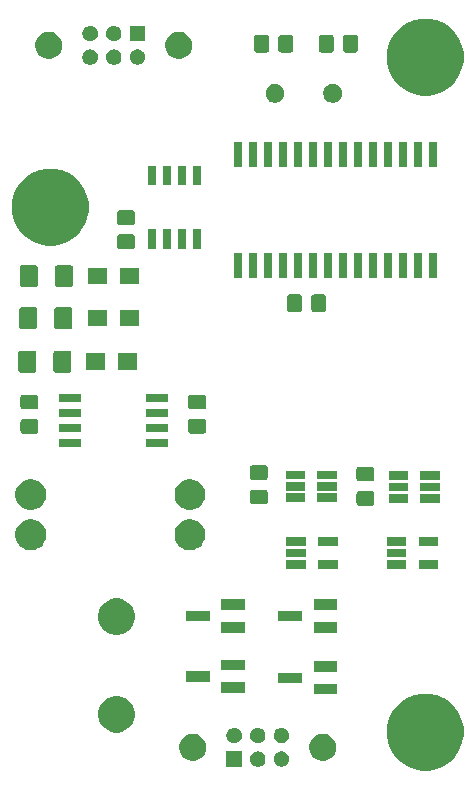
<source format=gts>
G04 #@! TF.GenerationSoftware,KiCad,Pcbnew,(5.0.0-3-g5ebb6b6)*
G04 #@! TF.CreationDate,2019-01-13T18:40:12-08:00*
G04 #@! TF.ProjectId,vent,76656E742E6B696361645F7063620000,rev?*
G04 #@! TF.SameCoordinates,Original*
G04 #@! TF.FileFunction,Soldermask,Top*
G04 #@! TF.FilePolarity,Negative*
%FSLAX46Y46*%
G04 Gerber Fmt 4.6, Leading zero omitted, Abs format (unit mm)*
G04 Created by KiCad (PCBNEW (5.0.0-3-g5ebb6b6)) date Sunday, January 13, 2019 at 06:40:12 PM*
%MOMM*%
%LPD*%
G01*
G04 APERTURE LIST*
%ADD10C,0.100000*%
G04 APERTURE END LIST*
D10*
G36*
X166048223Y-118794127D02*
X166609709Y-119026702D01*
X166639833Y-119039180D01*
X167172261Y-119394936D01*
X167625064Y-119847739D01*
X167892682Y-120248259D01*
X167980821Y-120380169D01*
X168225873Y-120971777D01*
X168350800Y-121599824D01*
X168350800Y-122240176D01*
X168246061Y-122766732D01*
X168225873Y-122868223D01*
X167980820Y-123459833D01*
X167625064Y-123992261D01*
X167172261Y-124445064D01*
X166639833Y-124800820D01*
X166639832Y-124800821D01*
X166639831Y-124800821D01*
X166048223Y-125045873D01*
X165420176Y-125170800D01*
X164779824Y-125170800D01*
X164151777Y-125045873D01*
X163560169Y-124800821D01*
X163560168Y-124800821D01*
X163560167Y-124800820D01*
X163027739Y-124445064D01*
X162574936Y-123992261D01*
X162219180Y-123459833D01*
X161974127Y-122868223D01*
X161953939Y-122766732D01*
X161849200Y-122240176D01*
X161849200Y-121599824D01*
X161974127Y-120971777D01*
X162219179Y-120380169D01*
X162307318Y-120248259D01*
X162574936Y-119847739D01*
X163027739Y-119394936D01*
X163560167Y-119039180D01*
X163590292Y-119026702D01*
X164151777Y-118794127D01*
X164779824Y-118669200D01*
X165420176Y-118669200D01*
X166048223Y-118794127D01*
X166048223Y-118794127D01*
G37*
G36*
X151104831Y-123564210D02*
X151223269Y-123613268D01*
X151223273Y-123613271D01*
X151329858Y-123684488D01*
X151420512Y-123775142D01*
X151474108Y-123855356D01*
X151491732Y-123881731D01*
X151540790Y-124000169D01*
X151565800Y-124125902D01*
X151565800Y-124254098D01*
X151540790Y-124379831D01*
X151491732Y-124498269D01*
X151491729Y-124498273D01*
X151420512Y-124604858D01*
X151329858Y-124695512D01*
X151249644Y-124749108D01*
X151223269Y-124766732D01*
X151104831Y-124815790D01*
X150979098Y-124840800D01*
X150850902Y-124840800D01*
X150725169Y-124815790D01*
X150606731Y-124766732D01*
X150580356Y-124749108D01*
X150500142Y-124695512D01*
X150409488Y-124604858D01*
X150338271Y-124498273D01*
X150338268Y-124498269D01*
X150289210Y-124379831D01*
X150264200Y-124254098D01*
X150264200Y-124125902D01*
X150289210Y-124000169D01*
X150338268Y-123881731D01*
X150355892Y-123855356D01*
X150409488Y-123775142D01*
X150500142Y-123684488D01*
X150606727Y-123613271D01*
X150606731Y-123613268D01*
X150725169Y-123564210D01*
X150850902Y-123539200D01*
X150979098Y-123539200D01*
X151104831Y-123564210D01*
X151104831Y-123564210D01*
G37*
G36*
X149565800Y-124840800D02*
X148264200Y-124840800D01*
X148264200Y-123539200D01*
X149565800Y-123539200D01*
X149565800Y-124840800D01*
X149565800Y-124840800D01*
G37*
G36*
X153104831Y-123564210D02*
X153223269Y-123613268D01*
X153223273Y-123613271D01*
X153329858Y-123684488D01*
X153420512Y-123775142D01*
X153474108Y-123855356D01*
X153491732Y-123881731D01*
X153540790Y-124000169D01*
X153565800Y-124125902D01*
X153565800Y-124254098D01*
X153540790Y-124379831D01*
X153491732Y-124498269D01*
X153491729Y-124498273D01*
X153420512Y-124604858D01*
X153329858Y-124695512D01*
X153249644Y-124749108D01*
X153223269Y-124766732D01*
X153104831Y-124815790D01*
X152979098Y-124840800D01*
X152850902Y-124840800D01*
X152725169Y-124815790D01*
X152606731Y-124766732D01*
X152580356Y-124749108D01*
X152500142Y-124695512D01*
X152409488Y-124604858D01*
X152338271Y-124498273D01*
X152338268Y-124498269D01*
X152289210Y-124379831D01*
X152264200Y-124254098D01*
X152264200Y-124125902D01*
X152289210Y-124000169D01*
X152338268Y-123881731D01*
X152355892Y-123855356D01*
X152409488Y-123775142D01*
X152500142Y-123684488D01*
X152606727Y-123613271D01*
X152606731Y-123613268D01*
X152725169Y-123564210D01*
X152850902Y-123539200D01*
X152979098Y-123539200D01*
X153104831Y-123564210D01*
X153104831Y-123564210D01*
G37*
G36*
X156583549Y-122050181D02*
X156750674Y-122083424D01*
X156750677Y-122083425D01*
X156750676Y-122083425D01*
X156960108Y-122170174D01*
X157148592Y-122296115D01*
X157308885Y-122456408D01*
X157434826Y-122644892D01*
X157485292Y-122766729D01*
X157521576Y-122854326D01*
X157565800Y-123076657D01*
X157565800Y-123303343D01*
X157521576Y-123525674D01*
X157521575Y-123525676D01*
X157434826Y-123735108D01*
X157308885Y-123923592D01*
X157148592Y-124083885D01*
X156960108Y-124209826D01*
X156769303Y-124288859D01*
X156750674Y-124296576D01*
X156583549Y-124329819D01*
X156528344Y-124340800D01*
X156301656Y-124340800D01*
X156246451Y-124329819D01*
X156079326Y-124296576D01*
X156060697Y-124288859D01*
X155869892Y-124209826D01*
X155681408Y-124083885D01*
X155521115Y-123923592D01*
X155395174Y-123735108D01*
X155308425Y-123525676D01*
X155308424Y-123525674D01*
X155264200Y-123303343D01*
X155264200Y-123076657D01*
X155308424Y-122854326D01*
X155344708Y-122766729D01*
X155395174Y-122644892D01*
X155521115Y-122456408D01*
X155681408Y-122296115D01*
X155869892Y-122170174D01*
X156079324Y-122083425D01*
X156079323Y-122083425D01*
X156079326Y-122083424D01*
X156246451Y-122050181D01*
X156301656Y-122039200D01*
X156528344Y-122039200D01*
X156583549Y-122050181D01*
X156583549Y-122050181D01*
G37*
G36*
X145583549Y-122050181D02*
X145750674Y-122083424D01*
X145750677Y-122083425D01*
X145750676Y-122083425D01*
X145960108Y-122170174D01*
X146148592Y-122296115D01*
X146308885Y-122456408D01*
X146434826Y-122644892D01*
X146485292Y-122766729D01*
X146521576Y-122854326D01*
X146565800Y-123076657D01*
X146565800Y-123303343D01*
X146521576Y-123525674D01*
X146521575Y-123525676D01*
X146434826Y-123735108D01*
X146308885Y-123923592D01*
X146148592Y-124083885D01*
X145960108Y-124209826D01*
X145769303Y-124288859D01*
X145750674Y-124296576D01*
X145583549Y-124329819D01*
X145528344Y-124340800D01*
X145301656Y-124340800D01*
X145246451Y-124329819D01*
X145079326Y-124296576D01*
X145060697Y-124288859D01*
X144869892Y-124209826D01*
X144681408Y-124083885D01*
X144521115Y-123923592D01*
X144395174Y-123735108D01*
X144308425Y-123525676D01*
X144308424Y-123525674D01*
X144264200Y-123303343D01*
X144264200Y-123076657D01*
X144308424Y-122854326D01*
X144344708Y-122766729D01*
X144395174Y-122644892D01*
X144521115Y-122456408D01*
X144681408Y-122296115D01*
X144869892Y-122170174D01*
X145079324Y-122083425D01*
X145079323Y-122083425D01*
X145079326Y-122083424D01*
X145246451Y-122050181D01*
X145301656Y-122039200D01*
X145528344Y-122039200D01*
X145583549Y-122050181D01*
X145583549Y-122050181D01*
G37*
G36*
X153104831Y-121564210D02*
X153223269Y-121613268D01*
X153223273Y-121613271D01*
X153329858Y-121684488D01*
X153420512Y-121775142D01*
X153474108Y-121855356D01*
X153491732Y-121881731D01*
X153540790Y-122000169D01*
X153565800Y-122125902D01*
X153565800Y-122254098D01*
X153540790Y-122379831D01*
X153491732Y-122498269D01*
X153491729Y-122498273D01*
X153420512Y-122604858D01*
X153329858Y-122695512D01*
X153249644Y-122749108D01*
X153223269Y-122766732D01*
X153104831Y-122815790D01*
X152979098Y-122840800D01*
X152850902Y-122840800D01*
X152725169Y-122815790D01*
X152606731Y-122766732D01*
X152580356Y-122749108D01*
X152500142Y-122695512D01*
X152409488Y-122604858D01*
X152338271Y-122498273D01*
X152338268Y-122498269D01*
X152289210Y-122379831D01*
X152264200Y-122254098D01*
X152264200Y-122125902D01*
X152289210Y-122000169D01*
X152338268Y-121881731D01*
X152355892Y-121855356D01*
X152409488Y-121775142D01*
X152500142Y-121684488D01*
X152606727Y-121613271D01*
X152606731Y-121613268D01*
X152725169Y-121564210D01*
X152850902Y-121539200D01*
X152979098Y-121539200D01*
X153104831Y-121564210D01*
X153104831Y-121564210D01*
G37*
G36*
X151104831Y-121564210D02*
X151223269Y-121613268D01*
X151223273Y-121613271D01*
X151329858Y-121684488D01*
X151420512Y-121775142D01*
X151474108Y-121855356D01*
X151491732Y-121881731D01*
X151540790Y-122000169D01*
X151565800Y-122125902D01*
X151565800Y-122254098D01*
X151540790Y-122379831D01*
X151491732Y-122498269D01*
X151491729Y-122498273D01*
X151420512Y-122604858D01*
X151329858Y-122695512D01*
X151249644Y-122749108D01*
X151223269Y-122766732D01*
X151104831Y-122815790D01*
X150979098Y-122840800D01*
X150850902Y-122840800D01*
X150725169Y-122815790D01*
X150606731Y-122766732D01*
X150580356Y-122749108D01*
X150500142Y-122695512D01*
X150409488Y-122604858D01*
X150338271Y-122498273D01*
X150338268Y-122498269D01*
X150289210Y-122379831D01*
X150264200Y-122254098D01*
X150264200Y-122125902D01*
X150289210Y-122000169D01*
X150338268Y-121881731D01*
X150355892Y-121855356D01*
X150409488Y-121775142D01*
X150500142Y-121684488D01*
X150606727Y-121613271D01*
X150606731Y-121613268D01*
X150725169Y-121564210D01*
X150850902Y-121539200D01*
X150979098Y-121539200D01*
X151104831Y-121564210D01*
X151104831Y-121564210D01*
G37*
G36*
X149104831Y-121564210D02*
X149223269Y-121613268D01*
X149223273Y-121613271D01*
X149329858Y-121684488D01*
X149420512Y-121775142D01*
X149474108Y-121855356D01*
X149491732Y-121881731D01*
X149540790Y-122000169D01*
X149565800Y-122125902D01*
X149565800Y-122254098D01*
X149540790Y-122379831D01*
X149491732Y-122498269D01*
X149491729Y-122498273D01*
X149420512Y-122604858D01*
X149329858Y-122695512D01*
X149249644Y-122749108D01*
X149223269Y-122766732D01*
X149104831Y-122815790D01*
X148979098Y-122840800D01*
X148850902Y-122840800D01*
X148725169Y-122815790D01*
X148606731Y-122766732D01*
X148580356Y-122749108D01*
X148500142Y-122695512D01*
X148409488Y-122604858D01*
X148338271Y-122498273D01*
X148338268Y-122498269D01*
X148289210Y-122379831D01*
X148264200Y-122254098D01*
X148264200Y-122125902D01*
X148289210Y-122000169D01*
X148338268Y-121881731D01*
X148355892Y-121855356D01*
X148409488Y-121775142D01*
X148500142Y-121684488D01*
X148606727Y-121613271D01*
X148606731Y-121613268D01*
X148725169Y-121564210D01*
X148850902Y-121539200D01*
X148979098Y-121539200D01*
X149104831Y-121564210D01*
X149104831Y-121564210D01*
G37*
G36*
X139390352Y-118909796D02*
X139672579Y-119026699D01*
X139926578Y-119196415D01*
X140142585Y-119412422D01*
X140312301Y-119666421D01*
X140429204Y-119948648D01*
X140488800Y-120248259D01*
X140488800Y-120553741D01*
X140429204Y-120853352D01*
X140312301Y-121135579D01*
X140142585Y-121389578D01*
X139926578Y-121605585D01*
X139672579Y-121775301D01*
X139390352Y-121892204D01*
X139090741Y-121951800D01*
X138785259Y-121951800D01*
X138485648Y-121892204D01*
X138203421Y-121775301D01*
X137949422Y-121605585D01*
X137733415Y-121389578D01*
X137563699Y-121135579D01*
X137446796Y-120853352D01*
X137387200Y-120553741D01*
X137387200Y-120248259D01*
X137446796Y-119948648D01*
X137563699Y-119666421D01*
X137733415Y-119412422D01*
X137949422Y-119196415D01*
X138203421Y-119026699D01*
X138485648Y-118909796D01*
X138785259Y-118850200D01*
X139090741Y-118850200D01*
X139390352Y-118909796D01*
X139390352Y-118909796D01*
G37*
G36*
X157658913Y-118728706D02*
X155657313Y-118728706D01*
X155657313Y-117827106D01*
X157658913Y-117827106D01*
X157658913Y-118728706D01*
X157658913Y-118728706D01*
G37*
G36*
X149835638Y-118593593D02*
X147834038Y-118593593D01*
X147834038Y-117691993D01*
X149835638Y-117691993D01*
X149835638Y-118593593D01*
X149835638Y-118593593D01*
G37*
G36*
X154658913Y-117778706D02*
X152657313Y-117778706D01*
X152657313Y-116877106D01*
X154658913Y-116877106D01*
X154658913Y-117778706D01*
X154658913Y-117778706D01*
G37*
G36*
X146835638Y-117643593D02*
X144834038Y-117643593D01*
X144834038Y-116741993D01*
X146835638Y-116741993D01*
X146835638Y-117643593D01*
X146835638Y-117643593D01*
G37*
G36*
X157658913Y-116828706D02*
X155657313Y-116828706D01*
X155657313Y-115927106D01*
X157658913Y-115927106D01*
X157658913Y-116828706D01*
X157658913Y-116828706D01*
G37*
G36*
X149835638Y-116693593D02*
X147834038Y-116693593D01*
X147834038Y-115791993D01*
X149835638Y-115791993D01*
X149835638Y-116693593D01*
X149835638Y-116693593D01*
G37*
G36*
X139390352Y-110659796D02*
X139672579Y-110776699D01*
X139926578Y-110946415D01*
X140142585Y-111162422D01*
X140312301Y-111416421D01*
X140429204Y-111698648D01*
X140488800Y-111998259D01*
X140488800Y-112303741D01*
X140429204Y-112603352D01*
X140312301Y-112885579D01*
X140142585Y-113139578D01*
X139926578Y-113355585D01*
X139672579Y-113525301D01*
X139390352Y-113642204D01*
X139090741Y-113701800D01*
X138785259Y-113701800D01*
X138485648Y-113642204D01*
X138203421Y-113525301D01*
X137949422Y-113355585D01*
X137733415Y-113139578D01*
X137563699Y-112885579D01*
X137446796Y-112603352D01*
X137387200Y-112303741D01*
X137387200Y-111998259D01*
X137446796Y-111698648D01*
X137563699Y-111416421D01*
X137733415Y-111162422D01*
X137949422Y-110946415D01*
X138203421Y-110776699D01*
X138485648Y-110659796D01*
X138785259Y-110600200D01*
X139090741Y-110600200D01*
X139390352Y-110659796D01*
X139390352Y-110659796D01*
G37*
G36*
X157658913Y-113480800D02*
X155657313Y-113480800D01*
X155657313Y-112579200D01*
X157658913Y-112579200D01*
X157658913Y-113480800D01*
X157658913Y-113480800D01*
G37*
G36*
X149844800Y-113480800D02*
X147843200Y-113480800D01*
X147843200Y-112579200D01*
X149844800Y-112579200D01*
X149844800Y-113480800D01*
X149844800Y-113480800D01*
G37*
G36*
X154658913Y-112530800D02*
X152657313Y-112530800D01*
X152657313Y-111629200D01*
X154658913Y-111629200D01*
X154658913Y-112530800D01*
X154658913Y-112530800D01*
G37*
G36*
X146844800Y-112530800D02*
X144843200Y-112530800D01*
X144843200Y-111629200D01*
X146844800Y-111629200D01*
X146844800Y-112530800D01*
X146844800Y-112530800D01*
G37*
G36*
X157658913Y-111580800D02*
X155657313Y-111580800D01*
X155657313Y-110679200D01*
X157658913Y-110679200D01*
X157658913Y-111580800D01*
X157658913Y-111580800D01*
G37*
G36*
X149844800Y-111580800D02*
X147843200Y-111580800D01*
X147843200Y-110679200D01*
X149844800Y-110679200D01*
X149844800Y-111580800D01*
X149844800Y-111580800D01*
G37*
G36*
X166184800Y-108071800D02*
X164523200Y-108071800D01*
X164523200Y-107320200D01*
X166184800Y-107320200D01*
X166184800Y-108071800D01*
X166184800Y-108071800D01*
G37*
G36*
X163484800Y-108071800D02*
X161823200Y-108071800D01*
X161823200Y-107320200D01*
X163484800Y-107320200D01*
X163484800Y-108071800D01*
X163484800Y-108071800D01*
G37*
G36*
X154975800Y-108071800D02*
X153314200Y-108071800D01*
X153314200Y-107320200D01*
X154975800Y-107320200D01*
X154975800Y-108071800D01*
X154975800Y-108071800D01*
G37*
G36*
X157675800Y-108071800D02*
X156014200Y-108071800D01*
X156014200Y-107320200D01*
X157675800Y-107320200D01*
X157675800Y-108071800D01*
X157675800Y-108071800D01*
G37*
G36*
X163484800Y-107121800D02*
X161823200Y-107121800D01*
X161823200Y-106370200D01*
X163484800Y-106370200D01*
X163484800Y-107121800D01*
X163484800Y-107121800D01*
G37*
G36*
X154975800Y-107121800D02*
X153314200Y-107121800D01*
X153314200Y-106370200D01*
X154975800Y-106370200D01*
X154975800Y-107121800D01*
X154975800Y-107121800D01*
G37*
G36*
X145544429Y-103954189D02*
X145781162Y-104052247D01*
X145994209Y-104194600D01*
X146175400Y-104375791D01*
X146317753Y-104588838D01*
X146415811Y-104825571D01*
X146465800Y-105076883D01*
X146465800Y-105333117D01*
X146415811Y-105584429D01*
X146317753Y-105821162D01*
X146175400Y-106034209D01*
X145994209Y-106215400D01*
X145781162Y-106357753D01*
X145781161Y-106357754D01*
X145781160Y-106357754D01*
X145544429Y-106455811D01*
X145293118Y-106505800D01*
X145036882Y-106505800D01*
X144785571Y-106455811D01*
X144548840Y-106357754D01*
X144548839Y-106357754D01*
X144548838Y-106357753D01*
X144335791Y-106215400D01*
X144154600Y-106034209D01*
X144012247Y-105821162D01*
X143914189Y-105584429D01*
X143864200Y-105333117D01*
X143864200Y-105076883D01*
X143914189Y-104825571D01*
X144012247Y-104588838D01*
X144154600Y-104375791D01*
X144335791Y-104194600D01*
X144548838Y-104052247D01*
X144785571Y-103954189D01*
X145036882Y-103904200D01*
X145293118Y-103904200D01*
X145544429Y-103954189D01*
X145544429Y-103954189D01*
G37*
G36*
X132074429Y-103954189D02*
X132311162Y-104052247D01*
X132524209Y-104194600D01*
X132705400Y-104375791D01*
X132847753Y-104588838D01*
X132945811Y-104825571D01*
X132995800Y-105076883D01*
X132995800Y-105333117D01*
X132945811Y-105584429D01*
X132847753Y-105821162D01*
X132705400Y-106034209D01*
X132524209Y-106215400D01*
X132311162Y-106357753D01*
X132311161Y-106357754D01*
X132311160Y-106357754D01*
X132074429Y-106455811D01*
X131823118Y-106505800D01*
X131566882Y-106505800D01*
X131315571Y-106455811D01*
X131078840Y-106357754D01*
X131078839Y-106357754D01*
X131078838Y-106357753D01*
X130865791Y-106215400D01*
X130684600Y-106034209D01*
X130542247Y-105821162D01*
X130444189Y-105584429D01*
X130394200Y-105333117D01*
X130394200Y-105076883D01*
X130444189Y-104825571D01*
X130542247Y-104588838D01*
X130684600Y-104375791D01*
X130865791Y-104194600D01*
X131078838Y-104052247D01*
X131315571Y-103954189D01*
X131566882Y-103904200D01*
X131823118Y-103904200D01*
X132074429Y-103954189D01*
X132074429Y-103954189D01*
G37*
G36*
X157675800Y-106171800D02*
X156014200Y-106171800D01*
X156014200Y-105420200D01*
X157675800Y-105420200D01*
X157675800Y-106171800D01*
X157675800Y-106171800D01*
G37*
G36*
X166184800Y-106171800D02*
X164523200Y-106171800D01*
X164523200Y-105420200D01*
X166184800Y-105420200D01*
X166184800Y-106171800D01*
X166184800Y-106171800D01*
G37*
G36*
X163484800Y-106171800D02*
X161823200Y-106171800D01*
X161823200Y-105420200D01*
X163484800Y-105420200D01*
X163484800Y-106171800D01*
X163484800Y-106171800D01*
G37*
G36*
X154975800Y-106171800D02*
X153314200Y-106171800D01*
X153314200Y-105420200D01*
X154975800Y-105420200D01*
X154975800Y-106171800D01*
X154975800Y-106171800D01*
G37*
G36*
X145544429Y-100554189D02*
X145763423Y-100644899D01*
X145781162Y-100652247D01*
X145994209Y-100794600D01*
X146175400Y-100975791D01*
X146317753Y-101188838D01*
X146317754Y-101188840D01*
X146415811Y-101425571D01*
X146463757Y-101666609D01*
X146465800Y-101676883D01*
X146465800Y-101933117D01*
X146415811Y-102184429D01*
X146317753Y-102421162D01*
X146175400Y-102634209D01*
X145994209Y-102815400D01*
X145781162Y-102957753D01*
X145781161Y-102957754D01*
X145781160Y-102957754D01*
X145544429Y-103055811D01*
X145293118Y-103105800D01*
X145036882Y-103105800D01*
X144785571Y-103055811D01*
X144548840Y-102957754D01*
X144548839Y-102957754D01*
X144548838Y-102957753D01*
X144335791Y-102815400D01*
X144154600Y-102634209D01*
X144012247Y-102421162D01*
X143914189Y-102184429D01*
X143864200Y-101933117D01*
X143864200Y-101676883D01*
X143866244Y-101666609D01*
X143914189Y-101425571D01*
X144012246Y-101188840D01*
X144012247Y-101188838D01*
X144154600Y-100975791D01*
X144335791Y-100794600D01*
X144548838Y-100652247D01*
X144566578Y-100644899D01*
X144785571Y-100554189D01*
X145036882Y-100504200D01*
X145293118Y-100504200D01*
X145544429Y-100554189D01*
X145544429Y-100554189D01*
G37*
G36*
X132074429Y-100554189D02*
X132293423Y-100644899D01*
X132311162Y-100652247D01*
X132524209Y-100794600D01*
X132705400Y-100975791D01*
X132847753Y-101188838D01*
X132847754Y-101188840D01*
X132945811Y-101425571D01*
X132993757Y-101666609D01*
X132995800Y-101676883D01*
X132995800Y-101933117D01*
X132945811Y-102184429D01*
X132847753Y-102421162D01*
X132705400Y-102634209D01*
X132524209Y-102815400D01*
X132311162Y-102957753D01*
X132311161Y-102957754D01*
X132311160Y-102957754D01*
X132074429Y-103055811D01*
X131823118Y-103105800D01*
X131566882Y-103105800D01*
X131315571Y-103055811D01*
X131078840Y-102957754D01*
X131078839Y-102957754D01*
X131078838Y-102957753D01*
X130865791Y-102815400D01*
X130684600Y-102634209D01*
X130542247Y-102421162D01*
X130444189Y-102184429D01*
X130394200Y-101933117D01*
X130394200Y-101676883D01*
X130396244Y-101666609D01*
X130444189Y-101425571D01*
X130542246Y-101188840D01*
X130542247Y-101188838D01*
X130684600Y-100975791D01*
X130865791Y-100794600D01*
X131078838Y-100652247D01*
X131096578Y-100644899D01*
X131315571Y-100554189D01*
X131566882Y-100504200D01*
X131823118Y-100504200D01*
X132074429Y-100554189D01*
X132074429Y-100554189D01*
G37*
G36*
X160586391Y-101486962D02*
X160629286Y-101499974D01*
X160668812Y-101521101D01*
X160703462Y-101549538D01*
X160731899Y-101584188D01*
X160753026Y-101623714D01*
X160766038Y-101666609D01*
X160770800Y-101714959D01*
X160770800Y-102501041D01*
X160766038Y-102549391D01*
X160753026Y-102592286D01*
X160731899Y-102631812D01*
X160703462Y-102666462D01*
X160668812Y-102694899D01*
X160629286Y-102716026D01*
X160586391Y-102729038D01*
X160538041Y-102733800D01*
X159501959Y-102733800D01*
X159453609Y-102729038D01*
X159410714Y-102716026D01*
X159371188Y-102694899D01*
X159336538Y-102666462D01*
X159308101Y-102631812D01*
X159286974Y-102592286D01*
X159273962Y-102549391D01*
X159269200Y-102501041D01*
X159269200Y-101714959D01*
X159273962Y-101666609D01*
X159286974Y-101623714D01*
X159308101Y-101584188D01*
X159336538Y-101549538D01*
X159371188Y-101521101D01*
X159410714Y-101499974D01*
X159453609Y-101486962D01*
X159501959Y-101482200D01*
X160538041Y-101482200D01*
X160586391Y-101486962D01*
X160586391Y-101486962D01*
G37*
G36*
X151569391Y-101377962D02*
X151612286Y-101390974D01*
X151651812Y-101412101D01*
X151686462Y-101440538D01*
X151714899Y-101475188D01*
X151736026Y-101514714D01*
X151749038Y-101557609D01*
X151753800Y-101605959D01*
X151753800Y-102392041D01*
X151749038Y-102440391D01*
X151736026Y-102483286D01*
X151714899Y-102522812D01*
X151686462Y-102557462D01*
X151651812Y-102585899D01*
X151612286Y-102607026D01*
X151569391Y-102620038D01*
X151521041Y-102624800D01*
X150484959Y-102624800D01*
X150436609Y-102620038D01*
X150393714Y-102607026D01*
X150354188Y-102585899D01*
X150319538Y-102557462D01*
X150291101Y-102522812D01*
X150269974Y-102483286D01*
X150256962Y-102440391D01*
X150252200Y-102392041D01*
X150252200Y-101605959D01*
X150256962Y-101557609D01*
X150269974Y-101514714D01*
X150291101Y-101475188D01*
X150319538Y-101440538D01*
X150354188Y-101412101D01*
X150393714Y-101390974D01*
X150436609Y-101377962D01*
X150484959Y-101373200D01*
X151521041Y-101373200D01*
X151569391Y-101377962D01*
X151569391Y-101377962D01*
G37*
G36*
X163644800Y-102483800D02*
X161983200Y-102483800D01*
X161983200Y-101732200D01*
X163644800Y-101732200D01*
X163644800Y-102483800D01*
X163644800Y-102483800D01*
G37*
G36*
X166344800Y-102483800D02*
X164683200Y-102483800D01*
X164683200Y-101732200D01*
X166344800Y-101732200D01*
X166344800Y-102483800D01*
X166344800Y-102483800D01*
G37*
G36*
X154928800Y-102417800D02*
X153267200Y-102417800D01*
X153267200Y-101666200D01*
X154928800Y-101666200D01*
X154928800Y-102417800D01*
X154928800Y-102417800D01*
G37*
G36*
X157628800Y-102417800D02*
X155967200Y-102417800D01*
X155967200Y-101666200D01*
X157628800Y-101666200D01*
X157628800Y-102417800D01*
X157628800Y-102417800D01*
G37*
G36*
X163644800Y-101533800D02*
X161983200Y-101533800D01*
X161983200Y-100782200D01*
X163644800Y-100782200D01*
X163644800Y-101533800D01*
X163644800Y-101533800D01*
G37*
G36*
X166344800Y-101533800D02*
X164683200Y-101533800D01*
X164683200Y-100782200D01*
X166344800Y-100782200D01*
X166344800Y-101533800D01*
X166344800Y-101533800D01*
G37*
G36*
X154928800Y-101467800D02*
X153267200Y-101467800D01*
X153267200Y-100716200D01*
X154928800Y-100716200D01*
X154928800Y-101467800D01*
X154928800Y-101467800D01*
G37*
G36*
X157628800Y-101467800D02*
X155967200Y-101467800D01*
X155967200Y-100716200D01*
X157628800Y-100716200D01*
X157628800Y-101467800D01*
X157628800Y-101467800D01*
G37*
G36*
X160586391Y-99436962D02*
X160629286Y-99449974D01*
X160668812Y-99471101D01*
X160703462Y-99499538D01*
X160731899Y-99534188D01*
X160753026Y-99573714D01*
X160766038Y-99616609D01*
X160770800Y-99664959D01*
X160770800Y-100451041D01*
X160766038Y-100499391D01*
X160753026Y-100542286D01*
X160731899Y-100581812D01*
X160703462Y-100616462D01*
X160668812Y-100644899D01*
X160629286Y-100666026D01*
X160586391Y-100679038D01*
X160538041Y-100683800D01*
X159501959Y-100683800D01*
X159453609Y-100679038D01*
X159410714Y-100666026D01*
X159371188Y-100644899D01*
X159336538Y-100616462D01*
X159308101Y-100581812D01*
X159286974Y-100542286D01*
X159273962Y-100499391D01*
X159269200Y-100451041D01*
X159269200Y-99664959D01*
X159273962Y-99616609D01*
X159286974Y-99573714D01*
X159308101Y-99534188D01*
X159336538Y-99499538D01*
X159371188Y-99471101D01*
X159410714Y-99449974D01*
X159453609Y-99436962D01*
X159501959Y-99432200D01*
X160538041Y-99432200D01*
X160586391Y-99436962D01*
X160586391Y-99436962D01*
G37*
G36*
X163644800Y-100583800D02*
X161983200Y-100583800D01*
X161983200Y-99832200D01*
X163644800Y-99832200D01*
X163644800Y-100583800D01*
X163644800Y-100583800D01*
G37*
G36*
X166344800Y-100583800D02*
X164683200Y-100583800D01*
X164683200Y-99832200D01*
X166344800Y-99832200D01*
X166344800Y-100583800D01*
X166344800Y-100583800D01*
G37*
G36*
X151569391Y-99327962D02*
X151612286Y-99340974D01*
X151651812Y-99362101D01*
X151686462Y-99390538D01*
X151714899Y-99425188D01*
X151736026Y-99464714D01*
X151749038Y-99507609D01*
X151753800Y-99555959D01*
X151753800Y-100342041D01*
X151749038Y-100390391D01*
X151736026Y-100433286D01*
X151714899Y-100472812D01*
X151686462Y-100507462D01*
X151651812Y-100535899D01*
X151612286Y-100557026D01*
X151569391Y-100570038D01*
X151521041Y-100574800D01*
X150484959Y-100574800D01*
X150436609Y-100570038D01*
X150393714Y-100557026D01*
X150354188Y-100535899D01*
X150319538Y-100507462D01*
X150291101Y-100472812D01*
X150269974Y-100433286D01*
X150256962Y-100390391D01*
X150252200Y-100342041D01*
X150252200Y-99555959D01*
X150256962Y-99507609D01*
X150269974Y-99464714D01*
X150291101Y-99425188D01*
X150319538Y-99390538D01*
X150354188Y-99362101D01*
X150393714Y-99340974D01*
X150436609Y-99327962D01*
X150484959Y-99323200D01*
X151521041Y-99323200D01*
X151569391Y-99327962D01*
X151569391Y-99327962D01*
G37*
G36*
X157628800Y-100517800D02*
X155967200Y-100517800D01*
X155967200Y-99766200D01*
X157628800Y-99766200D01*
X157628800Y-100517800D01*
X157628800Y-100517800D01*
G37*
G36*
X154928800Y-100517800D02*
X153267200Y-100517800D01*
X153267200Y-99766200D01*
X154928800Y-99766200D01*
X154928800Y-100517800D01*
X154928800Y-100517800D01*
G37*
G36*
X143309800Y-97734800D02*
X141458200Y-97734800D01*
X141458200Y-97083200D01*
X143309800Y-97083200D01*
X143309800Y-97734800D01*
X143309800Y-97734800D01*
G37*
G36*
X135909800Y-97734800D02*
X134058200Y-97734800D01*
X134058200Y-97083200D01*
X135909800Y-97083200D01*
X135909800Y-97734800D01*
X135909800Y-97734800D01*
G37*
G36*
X146344391Y-95390962D02*
X146387286Y-95403974D01*
X146426812Y-95425101D01*
X146461462Y-95453538D01*
X146489899Y-95488188D01*
X146511026Y-95527714D01*
X146524038Y-95570609D01*
X146528800Y-95618959D01*
X146528800Y-96405041D01*
X146524038Y-96453391D01*
X146511026Y-96496286D01*
X146489899Y-96535812D01*
X146461462Y-96570462D01*
X146426812Y-96598899D01*
X146387286Y-96620026D01*
X146344391Y-96633038D01*
X146296041Y-96637800D01*
X145259959Y-96637800D01*
X145211609Y-96633038D01*
X145168714Y-96620026D01*
X145129188Y-96598899D01*
X145094538Y-96570462D01*
X145066101Y-96535812D01*
X145044974Y-96496286D01*
X145031962Y-96453391D01*
X145027200Y-96405041D01*
X145027200Y-95618959D01*
X145031962Y-95570609D01*
X145044974Y-95527714D01*
X145066101Y-95488188D01*
X145094538Y-95453538D01*
X145129188Y-95425101D01*
X145168714Y-95403974D01*
X145211609Y-95390962D01*
X145259959Y-95386200D01*
X146296041Y-95386200D01*
X146344391Y-95390962D01*
X146344391Y-95390962D01*
G37*
G36*
X132138391Y-95390962D02*
X132181286Y-95403974D01*
X132220812Y-95425101D01*
X132255462Y-95453538D01*
X132283899Y-95488188D01*
X132305026Y-95527714D01*
X132318038Y-95570609D01*
X132322800Y-95618959D01*
X132322800Y-96405041D01*
X132318038Y-96453391D01*
X132305026Y-96496286D01*
X132283899Y-96535812D01*
X132255462Y-96570462D01*
X132220812Y-96598899D01*
X132181286Y-96620026D01*
X132138391Y-96633038D01*
X132090041Y-96637800D01*
X131053959Y-96637800D01*
X131005609Y-96633038D01*
X130962714Y-96620026D01*
X130923188Y-96598899D01*
X130888538Y-96570462D01*
X130860101Y-96535812D01*
X130838974Y-96496286D01*
X130825962Y-96453391D01*
X130821200Y-96405041D01*
X130821200Y-95618959D01*
X130825962Y-95570609D01*
X130838974Y-95527714D01*
X130860101Y-95488188D01*
X130888538Y-95453538D01*
X130923188Y-95425101D01*
X130962714Y-95403974D01*
X131005609Y-95390962D01*
X131053959Y-95386200D01*
X132090041Y-95386200D01*
X132138391Y-95390962D01*
X132138391Y-95390962D01*
G37*
G36*
X143309800Y-96464800D02*
X141458200Y-96464800D01*
X141458200Y-95813200D01*
X143309800Y-95813200D01*
X143309800Y-96464800D01*
X143309800Y-96464800D01*
G37*
G36*
X135909800Y-96464800D02*
X134058200Y-96464800D01*
X134058200Y-95813200D01*
X135909800Y-95813200D01*
X135909800Y-96464800D01*
X135909800Y-96464800D01*
G37*
G36*
X135909800Y-95194800D02*
X134058200Y-95194800D01*
X134058200Y-94543200D01*
X135909800Y-94543200D01*
X135909800Y-95194800D01*
X135909800Y-95194800D01*
G37*
G36*
X143309800Y-95194800D02*
X141458200Y-95194800D01*
X141458200Y-94543200D01*
X143309800Y-94543200D01*
X143309800Y-95194800D01*
X143309800Y-95194800D01*
G37*
G36*
X146344391Y-93340962D02*
X146387286Y-93353974D01*
X146426812Y-93375101D01*
X146461462Y-93403538D01*
X146489899Y-93438188D01*
X146511026Y-93477714D01*
X146524038Y-93520609D01*
X146528800Y-93568959D01*
X146528800Y-94355041D01*
X146524038Y-94403391D01*
X146511026Y-94446286D01*
X146489899Y-94485812D01*
X146461462Y-94520462D01*
X146426812Y-94548899D01*
X146387286Y-94570026D01*
X146344391Y-94583038D01*
X146296041Y-94587800D01*
X145259959Y-94587800D01*
X145211609Y-94583038D01*
X145168714Y-94570026D01*
X145129188Y-94548899D01*
X145094538Y-94520462D01*
X145066101Y-94485812D01*
X145044974Y-94446286D01*
X145031962Y-94403391D01*
X145027200Y-94355041D01*
X145027200Y-93568959D01*
X145031962Y-93520609D01*
X145044974Y-93477714D01*
X145066101Y-93438188D01*
X145094538Y-93403538D01*
X145129188Y-93375101D01*
X145168714Y-93353974D01*
X145211609Y-93340962D01*
X145259959Y-93336200D01*
X146296041Y-93336200D01*
X146344391Y-93340962D01*
X146344391Y-93340962D01*
G37*
G36*
X132138391Y-93340962D02*
X132181286Y-93353974D01*
X132220812Y-93375101D01*
X132255462Y-93403538D01*
X132283899Y-93438188D01*
X132305026Y-93477714D01*
X132318038Y-93520609D01*
X132322800Y-93568959D01*
X132322800Y-94355041D01*
X132318038Y-94403391D01*
X132305026Y-94446286D01*
X132283899Y-94485812D01*
X132255462Y-94520462D01*
X132220812Y-94548899D01*
X132181286Y-94570026D01*
X132138391Y-94583038D01*
X132090041Y-94587800D01*
X131053959Y-94587800D01*
X131005609Y-94583038D01*
X130962714Y-94570026D01*
X130923188Y-94548899D01*
X130888538Y-94520462D01*
X130860101Y-94485812D01*
X130838974Y-94446286D01*
X130825962Y-94403391D01*
X130821200Y-94355041D01*
X130821200Y-93568959D01*
X130825962Y-93520609D01*
X130838974Y-93477714D01*
X130860101Y-93438188D01*
X130888538Y-93403538D01*
X130923188Y-93375101D01*
X130962714Y-93353974D01*
X131005609Y-93340962D01*
X131053959Y-93336200D01*
X132090041Y-93336200D01*
X132138391Y-93340962D01*
X132138391Y-93340962D01*
G37*
G36*
X135909800Y-93924800D02*
X134058200Y-93924800D01*
X134058200Y-93273200D01*
X135909800Y-93273200D01*
X135909800Y-93924800D01*
X135909800Y-93924800D01*
G37*
G36*
X143309800Y-93924800D02*
X141458200Y-93924800D01*
X141458200Y-93273200D01*
X143309800Y-93273200D01*
X143309800Y-93924800D01*
X143309800Y-93924800D01*
G37*
G36*
X131989158Y-89627986D02*
X132030052Y-89640391D01*
X132067741Y-89660536D01*
X132100775Y-89687646D01*
X132127885Y-89720680D01*
X132148030Y-89758369D01*
X132160435Y-89799263D01*
X132164992Y-89845534D01*
X132164992Y-91252924D01*
X132160435Y-91299195D01*
X132148030Y-91340089D01*
X132127885Y-91377778D01*
X132100775Y-91410812D01*
X132067741Y-91437922D01*
X132030052Y-91458067D01*
X131989158Y-91470472D01*
X131942887Y-91475029D01*
X130860497Y-91475029D01*
X130814226Y-91470472D01*
X130773332Y-91458067D01*
X130735643Y-91437922D01*
X130702609Y-91410812D01*
X130675499Y-91377778D01*
X130655354Y-91340089D01*
X130642949Y-91299195D01*
X130638392Y-91252924D01*
X130638392Y-89845534D01*
X130642949Y-89799263D01*
X130655354Y-89758369D01*
X130675499Y-89720680D01*
X130702609Y-89687646D01*
X130735643Y-89660536D01*
X130773332Y-89640391D01*
X130814226Y-89627986D01*
X130860497Y-89623429D01*
X131942887Y-89623429D01*
X131989158Y-89627986D01*
X131989158Y-89627986D01*
G37*
G36*
X134964158Y-89627986D02*
X135005052Y-89640391D01*
X135042741Y-89660536D01*
X135075775Y-89687646D01*
X135102885Y-89720680D01*
X135123030Y-89758369D01*
X135135435Y-89799263D01*
X135139992Y-89845534D01*
X135139992Y-91252924D01*
X135135435Y-91299195D01*
X135123030Y-91340089D01*
X135102885Y-91377778D01*
X135075775Y-91410812D01*
X135042741Y-91437922D01*
X135005052Y-91458067D01*
X134964158Y-91470472D01*
X134917887Y-91475029D01*
X133835497Y-91475029D01*
X133789226Y-91470472D01*
X133748332Y-91458067D01*
X133710643Y-91437922D01*
X133677609Y-91410812D01*
X133650499Y-91377778D01*
X133630354Y-91340089D01*
X133617949Y-91299195D01*
X133613392Y-91252924D01*
X133613392Y-89845534D01*
X133617949Y-89799263D01*
X133630354Y-89758369D01*
X133650499Y-89720680D01*
X133677609Y-89687646D01*
X133710643Y-89660536D01*
X133748332Y-89640391D01*
X133789226Y-89627986D01*
X133835497Y-89623429D01*
X134917887Y-89623429D01*
X134964158Y-89627986D01*
X134964158Y-89627986D01*
G37*
G36*
X138011492Y-91250029D02*
X136409892Y-91250029D01*
X136409892Y-89848429D01*
X138011492Y-89848429D01*
X138011492Y-91250029D01*
X138011492Y-91250029D01*
G37*
G36*
X140711492Y-91250029D02*
X139109892Y-91250029D01*
X139109892Y-89848429D01*
X140711492Y-89848429D01*
X140711492Y-91250029D01*
X140711492Y-91250029D01*
G37*
G36*
X132062158Y-85944986D02*
X132103052Y-85957391D01*
X132140741Y-85977536D01*
X132173775Y-86004646D01*
X132200885Y-86037680D01*
X132221030Y-86075369D01*
X132233435Y-86116263D01*
X132237992Y-86162534D01*
X132237992Y-87569924D01*
X132233435Y-87616195D01*
X132221030Y-87657089D01*
X132200885Y-87694778D01*
X132173775Y-87727812D01*
X132140741Y-87754922D01*
X132103052Y-87775067D01*
X132062158Y-87787472D01*
X132015887Y-87792029D01*
X130933497Y-87792029D01*
X130887226Y-87787472D01*
X130846332Y-87775067D01*
X130808643Y-87754922D01*
X130775609Y-87727812D01*
X130748499Y-87694778D01*
X130728354Y-87657089D01*
X130715949Y-87616195D01*
X130711392Y-87569924D01*
X130711392Y-86162534D01*
X130715949Y-86116263D01*
X130728354Y-86075369D01*
X130748499Y-86037680D01*
X130775609Y-86004646D01*
X130808643Y-85977536D01*
X130846332Y-85957391D01*
X130887226Y-85944986D01*
X130933497Y-85940429D01*
X132015887Y-85940429D01*
X132062158Y-85944986D01*
X132062158Y-85944986D01*
G37*
G36*
X135037158Y-85944986D02*
X135078052Y-85957391D01*
X135115741Y-85977536D01*
X135148775Y-86004646D01*
X135175885Y-86037680D01*
X135196030Y-86075369D01*
X135208435Y-86116263D01*
X135212992Y-86162534D01*
X135212992Y-87569924D01*
X135208435Y-87616195D01*
X135196030Y-87657089D01*
X135175885Y-87694778D01*
X135148775Y-87727812D01*
X135115741Y-87754922D01*
X135078052Y-87775067D01*
X135037158Y-87787472D01*
X134990887Y-87792029D01*
X133908497Y-87792029D01*
X133862226Y-87787472D01*
X133821332Y-87775067D01*
X133783643Y-87754922D01*
X133750609Y-87727812D01*
X133723499Y-87694778D01*
X133703354Y-87657089D01*
X133690949Y-87616195D01*
X133686392Y-87569924D01*
X133686392Y-86162534D01*
X133690949Y-86116263D01*
X133703354Y-86075369D01*
X133723499Y-86037680D01*
X133750609Y-86004646D01*
X133783643Y-85977536D01*
X133821332Y-85957391D01*
X133862226Y-85944986D01*
X133908497Y-85940429D01*
X134990887Y-85940429D01*
X135037158Y-85944986D01*
X135037158Y-85944986D01*
G37*
G36*
X138171492Y-87567029D02*
X136569892Y-87567029D01*
X136569892Y-86165429D01*
X138171492Y-86165429D01*
X138171492Y-87567029D01*
X138171492Y-87567029D01*
G37*
G36*
X140871492Y-87567029D02*
X139269892Y-87567029D01*
X139269892Y-86165429D01*
X140871492Y-86165429D01*
X140871492Y-87567029D01*
X140871492Y-87567029D01*
G37*
G36*
X154474391Y-84851962D02*
X154517286Y-84864974D01*
X154556812Y-84886101D01*
X154591462Y-84914538D01*
X154619899Y-84949188D01*
X154641026Y-84988714D01*
X154654038Y-85031609D01*
X154658800Y-85079959D01*
X154658800Y-86116041D01*
X154654038Y-86164391D01*
X154641026Y-86207286D01*
X154619899Y-86246812D01*
X154591462Y-86281462D01*
X154556812Y-86309899D01*
X154517286Y-86331026D01*
X154474391Y-86344038D01*
X154426041Y-86348800D01*
X153639959Y-86348800D01*
X153591609Y-86344038D01*
X153548714Y-86331026D01*
X153509188Y-86309899D01*
X153474538Y-86281462D01*
X153446101Y-86246812D01*
X153424974Y-86207286D01*
X153411962Y-86164391D01*
X153407200Y-86116041D01*
X153407200Y-85079959D01*
X153411962Y-85031609D01*
X153424974Y-84988714D01*
X153446101Y-84949188D01*
X153474538Y-84914538D01*
X153509188Y-84886101D01*
X153548714Y-84864974D01*
X153591609Y-84851962D01*
X153639959Y-84847200D01*
X154426041Y-84847200D01*
X154474391Y-84851962D01*
X154474391Y-84851962D01*
G37*
G36*
X156524391Y-84851962D02*
X156567286Y-84864974D01*
X156606812Y-84886101D01*
X156641462Y-84914538D01*
X156669899Y-84949188D01*
X156691026Y-84988714D01*
X156704038Y-85031609D01*
X156708800Y-85079959D01*
X156708800Y-86116041D01*
X156704038Y-86164391D01*
X156691026Y-86207286D01*
X156669899Y-86246812D01*
X156641462Y-86281462D01*
X156606812Y-86309899D01*
X156567286Y-86331026D01*
X156524391Y-86344038D01*
X156476041Y-86348800D01*
X155689959Y-86348800D01*
X155641609Y-86344038D01*
X155598714Y-86331026D01*
X155559188Y-86309899D01*
X155524538Y-86281462D01*
X155496101Y-86246812D01*
X155474974Y-86207286D01*
X155461962Y-86164391D01*
X155457200Y-86116041D01*
X155457200Y-85079959D01*
X155461962Y-85031609D01*
X155474974Y-84988714D01*
X155496101Y-84949188D01*
X155524538Y-84914538D01*
X155559188Y-84886101D01*
X155598714Y-84864974D01*
X155641609Y-84851962D01*
X155689959Y-84847200D01*
X156476041Y-84847200D01*
X156524391Y-84851962D01*
X156524391Y-84851962D01*
G37*
G36*
X132116158Y-82388986D02*
X132157052Y-82401391D01*
X132194741Y-82421536D01*
X132227775Y-82448646D01*
X132254885Y-82481680D01*
X132275030Y-82519369D01*
X132287435Y-82560263D01*
X132291992Y-82606534D01*
X132291992Y-84013924D01*
X132287435Y-84060195D01*
X132275030Y-84101089D01*
X132254885Y-84138778D01*
X132227775Y-84171812D01*
X132194741Y-84198922D01*
X132157052Y-84219067D01*
X132116158Y-84231472D01*
X132069887Y-84236029D01*
X130987497Y-84236029D01*
X130941226Y-84231472D01*
X130900332Y-84219067D01*
X130862643Y-84198922D01*
X130829609Y-84171812D01*
X130802499Y-84138778D01*
X130782354Y-84101089D01*
X130769949Y-84060195D01*
X130765392Y-84013924D01*
X130765392Y-82606534D01*
X130769949Y-82560263D01*
X130782354Y-82519369D01*
X130802499Y-82481680D01*
X130829609Y-82448646D01*
X130862643Y-82421536D01*
X130900332Y-82401391D01*
X130941226Y-82388986D01*
X130987497Y-82384429D01*
X132069887Y-82384429D01*
X132116158Y-82388986D01*
X132116158Y-82388986D01*
G37*
G36*
X135091158Y-82388986D02*
X135132052Y-82401391D01*
X135169741Y-82421536D01*
X135202775Y-82448646D01*
X135229885Y-82481680D01*
X135250030Y-82519369D01*
X135262435Y-82560263D01*
X135266992Y-82606534D01*
X135266992Y-84013924D01*
X135262435Y-84060195D01*
X135250030Y-84101089D01*
X135229885Y-84138778D01*
X135202775Y-84171812D01*
X135169741Y-84198922D01*
X135132052Y-84219067D01*
X135091158Y-84231472D01*
X135044887Y-84236029D01*
X133962497Y-84236029D01*
X133916226Y-84231472D01*
X133875332Y-84219067D01*
X133837643Y-84198922D01*
X133804609Y-84171812D01*
X133777499Y-84138778D01*
X133757354Y-84101089D01*
X133744949Y-84060195D01*
X133740392Y-84013924D01*
X133740392Y-82606534D01*
X133744949Y-82560263D01*
X133757354Y-82519369D01*
X133777499Y-82481680D01*
X133804609Y-82448646D01*
X133837643Y-82421536D01*
X133875332Y-82401391D01*
X133916226Y-82388986D01*
X133962497Y-82384429D01*
X135044887Y-82384429D01*
X135091158Y-82388986D01*
X135091158Y-82388986D01*
G37*
G36*
X140871492Y-84011029D02*
X139269892Y-84011029D01*
X139269892Y-82609429D01*
X140871492Y-82609429D01*
X140871492Y-84011029D01*
X140871492Y-84011029D01*
G37*
G36*
X138171492Y-84011029D02*
X136569892Y-84011029D01*
X136569892Y-82609429D01*
X138171492Y-82609429D01*
X138171492Y-84011029D01*
X138171492Y-84011029D01*
G37*
G36*
X164815800Y-83474800D02*
X164114200Y-83474800D01*
X164114200Y-81373200D01*
X164815800Y-81373200D01*
X164815800Y-83474800D01*
X164815800Y-83474800D01*
G37*
G36*
X166085800Y-83474800D02*
X165384200Y-83474800D01*
X165384200Y-81373200D01*
X166085800Y-81373200D01*
X166085800Y-83474800D01*
X166085800Y-83474800D01*
G37*
G36*
X163545800Y-83474800D02*
X162844200Y-83474800D01*
X162844200Y-81373200D01*
X163545800Y-81373200D01*
X163545800Y-83474800D01*
X163545800Y-83474800D01*
G37*
G36*
X162275800Y-83474800D02*
X161574200Y-83474800D01*
X161574200Y-81373200D01*
X162275800Y-81373200D01*
X162275800Y-83474800D01*
X162275800Y-83474800D01*
G37*
G36*
X161005800Y-83474800D02*
X160304200Y-83474800D01*
X160304200Y-81373200D01*
X161005800Y-81373200D01*
X161005800Y-83474800D01*
X161005800Y-83474800D01*
G37*
G36*
X159735800Y-83474800D02*
X159034200Y-83474800D01*
X159034200Y-81373200D01*
X159735800Y-81373200D01*
X159735800Y-83474800D01*
X159735800Y-83474800D01*
G37*
G36*
X158465800Y-83474800D02*
X157764200Y-83474800D01*
X157764200Y-81373200D01*
X158465800Y-81373200D01*
X158465800Y-83474800D01*
X158465800Y-83474800D01*
G37*
G36*
X157195800Y-83474800D02*
X156494200Y-83474800D01*
X156494200Y-81373200D01*
X157195800Y-81373200D01*
X157195800Y-83474800D01*
X157195800Y-83474800D01*
G37*
G36*
X155925800Y-83474800D02*
X155224200Y-83474800D01*
X155224200Y-81373200D01*
X155925800Y-81373200D01*
X155925800Y-83474800D01*
X155925800Y-83474800D01*
G37*
G36*
X154655800Y-83474800D02*
X153954200Y-83474800D01*
X153954200Y-81373200D01*
X154655800Y-81373200D01*
X154655800Y-83474800D01*
X154655800Y-83474800D01*
G37*
G36*
X153385800Y-83474800D02*
X152684200Y-83474800D01*
X152684200Y-81373200D01*
X153385800Y-81373200D01*
X153385800Y-83474800D01*
X153385800Y-83474800D01*
G37*
G36*
X152115800Y-83474800D02*
X151414200Y-83474800D01*
X151414200Y-81373200D01*
X152115800Y-81373200D01*
X152115800Y-83474800D01*
X152115800Y-83474800D01*
G37*
G36*
X150845800Y-83474800D02*
X150144200Y-83474800D01*
X150144200Y-81373200D01*
X150845800Y-81373200D01*
X150845800Y-83474800D01*
X150845800Y-83474800D01*
G37*
G36*
X149575800Y-83474800D02*
X148874200Y-83474800D01*
X148874200Y-81373200D01*
X149575800Y-81373200D01*
X149575800Y-83474800D01*
X149575800Y-83474800D01*
G37*
G36*
X140317191Y-79769962D02*
X140360086Y-79782974D01*
X140399612Y-79804101D01*
X140434262Y-79832538D01*
X140462699Y-79867188D01*
X140483826Y-79906714D01*
X140496838Y-79949609D01*
X140501600Y-79997959D01*
X140501600Y-80784041D01*
X140496838Y-80832391D01*
X140483826Y-80875286D01*
X140462699Y-80914812D01*
X140434262Y-80949462D01*
X140399612Y-80977899D01*
X140360086Y-80999026D01*
X140317191Y-81012038D01*
X140268841Y-81016800D01*
X139232759Y-81016800D01*
X139184409Y-81012038D01*
X139141514Y-80999026D01*
X139101988Y-80977899D01*
X139067338Y-80949462D01*
X139038901Y-80914812D01*
X139017774Y-80875286D01*
X139004762Y-80832391D01*
X139000000Y-80784041D01*
X139000000Y-79997959D01*
X139004762Y-79949609D01*
X139017774Y-79906714D01*
X139038901Y-79867188D01*
X139067338Y-79832538D01*
X139101988Y-79804101D01*
X139141514Y-79782974D01*
X139184409Y-79769962D01*
X139232759Y-79765200D01*
X140268841Y-79765200D01*
X140317191Y-79769962D01*
X140317191Y-79769962D01*
G37*
G36*
X144876800Y-80995800D02*
X144175200Y-80995800D01*
X144175200Y-79344200D01*
X144876800Y-79344200D01*
X144876800Y-80995800D01*
X144876800Y-80995800D01*
G37*
G36*
X146146800Y-80995800D02*
X145445200Y-80995800D01*
X145445200Y-79344200D01*
X146146800Y-79344200D01*
X146146800Y-80995800D01*
X146146800Y-80995800D01*
G37*
G36*
X143606800Y-80995800D02*
X142905200Y-80995800D01*
X142905200Y-79344200D01*
X143606800Y-79344200D01*
X143606800Y-80995800D01*
X143606800Y-80995800D01*
G37*
G36*
X142336800Y-80995800D02*
X141635200Y-80995800D01*
X141635200Y-79344200D01*
X142336800Y-79344200D01*
X142336800Y-80995800D01*
X142336800Y-80995800D01*
G37*
G36*
X134298223Y-74344127D02*
X134889833Y-74589180D01*
X135422261Y-74944936D01*
X135875064Y-75397739D01*
X136230820Y-75930167D01*
X136230821Y-75930169D01*
X136475873Y-76521777D01*
X136600800Y-77149824D01*
X136600800Y-77790176D01*
X136475873Y-78418223D01*
X136250618Y-78962038D01*
X136230820Y-79009833D01*
X135875064Y-79542261D01*
X135422261Y-79995064D01*
X134889833Y-80350820D01*
X134889832Y-80350821D01*
X134889831Y-80350821D01*
X134298223Y-80595873D01*
X133670176Y-80720800D01*
X133029824Y-80720800D01*
X132401777Y-80595873D01*
X131810169Y-80350821D01*
X131810168Y-80350821D01*
X131810167Y-80350820D01*
X131277739Y-79995064D01*
X130824936Y-79542261D01*
X130469180Y-79009833D01*
X130449383Y-78962038D01*
X130224127Y-78418223D01*
X130099200Y-77790176D01*
X130099200Y-77149824D01*
X130224127Y-76521777D01*
X130469179Y-75930169D01*
X130469180Y-75930167D01*
X130824936Y-75397739D01*
X131277739Y-74944936D01*
X131810167Y-74589180D01*
X132401777Y-74344127D01*
X133029824Y-74219200D01*
X133670176Y-74219200D01*
X134298223Y-74344127D01*
X134298223Y-74344127D01*
G37*
G36*
X140317191Y-77719962D02*
X140360086Y-77732974D01*
X140399612Y-77754101D01*
X140434262Y-77782538D01*
X140462699Y-77817188D01*
X140483826Y-77856714D01*
X140496838Y-77899609D01*
X140501600Y-77947959D01*
X140501600Y-78734041D01*
X140496838Y-78782391D01*
X140483826Y-78825286D01*
X140462699Y-78864812D01*
X140434262Y-78899462D01*
X140399612Y-78927899D01*
X140360086Y-78949026D01*
X140317191Y-78962038D01*
X140268841Y-78966800D01*
X139232759Y-78966800D01*
X139184409Y-78962038D01*
X139141514Y-78949026D01*
X139101988Y-78927899D01*
X139067338Y-78899462D01*
X139038901Y-78864812D01*
X139017774Y-78825286D01*
X139004762Y-78782391D01*
X139000000Y-78734041D01*
X139000000Y-77947959D01*
X139004762Y-77899609D01*
X139017774Y-77856714D01*
X139038901Y-77817188D01*
X139067338Y-77782538D01*
X139101988Y-77754101D01*
X139141514Y-77732974D01*
X139184409Y-77719962D01*
X139232759Y-77715200D01*
X140268841Y-77715200D01*
X140317191Y-77719962D01*
X140317191Y-77719962D01*
G37*
G36*
X142336800Y-75595800D02*
X141635200Y-75595800D01*
X141635200Y-73944200D01*
X142336800Y-73944200D01*
X142336800Y-75595800D01*
X142336800Y-75595800D01*
G37*
G36*
X143606800Y-75595800D02*
X142905200Y-75595800D01*
X142905200Y-73944200D01*
X143606800Y-73944200D01*
X143606800Y-75595800D01*
X143606800Y-75595800D01*
G37*
G36*
X144876800Y-75595800D02*
X144175200Y-75595800D01*
X144175200Y-73944200D01*
X144876800Y-73944200D01*
X144876800Y-75595800D01*
X144876800Y-75595800D01*
G37*
G36*
X146146800Y-75595800D02*
X145445200Y-75595800D01*
X145445200Y-73944200D01*
X146146800Y-73944200D01*
X146146800Y-75595800D01*
X146146800Y-75595800D01*
G37*
G36*
X164815800Y-74074800D02*
X164114200Y-74074800D01*
X164114200Y-71973200D01*
X164815800Y-71973200D01*
X164815800Y-74074800D01*
X164815800Y-74074800D01*
G37*
G36*
X163545800Y-74074800D02*
X162844200Y-74074800D01*
X162844200Y-71973200D01*
X163545800Y-71973200D01*
X163545800Y-74074800D01*
X163545800Y-74074800D01*
G37*
G36*
X150845800Y-74074800D02*
X150144200Y-74074800D01*
X150144200Y-71973200D01*
X150845800Y-71973200D01*
X150845800Y-74074800D01*
X150845800Y-74074800D01*
G37*
G36*
X166085800Y-74074800D02*
X165384200Y-74074800D01*
X165384200Y-71973200D01*
X166085800Y-71973200D01*
X166085800Y-74074800D01*
X166085800Y-74074800D01*
G37*
G36*
X162275800Y-74074800D02*
X161574200Y-74074800D01*
X161574200Y-71973200D01*
X162275800Y-71973200D01*
X162275800Y-74074800D01*
X162275800Y-74074800D01*
G37*
G36*
X149575800Y-74074800D02*
X148874200Y-74074800D01*
X148874200Y-71973200D01*
X149575800Y-71973200D01*
X149575800Y-74074800D01*
X149575800Y-74074800D01*
G37*
G36*
X152115800Y-74074800D02*
X151414200Y-74074800D01*
X151414200Y-71973200D01*
X152115800Y-71973200D01*
X152115800Y-74074800D01*
X152115800Y-74074800D01*
G37*
G36*
X153385800Y-74074800D02*
X152684200Y-74074800D01*
X152684200Y-71973200D01*
X153385800Y-71973200D01*
X153385800Y-74074800D01*
X153385800Y-74074800D01*
G37*
G36*
X154655800Y-74074800D02*
X153954200Y-74074800D01*
X153954200Y-71973200D01*
X154655800Y-71973200D01*
X154655800Y-74074800D01*
X154655800Y-74074800D01*
G37*
G36*
X155925800Y-74074800D02*
X155224200Y-74074800D01*
X155224200Y-71973200D01*
X155925800Y-71973200D01*
X155925800Y-74074800D01*
X155925800Y-74074800D01*
G37*
G36*
X157195800Y-74074800D02*
X156494200Y-74074800D01*
X156494200Y-71973200D01*
X157195800Y-71973200D01*
X157195800Y-74074800D01*
X157195800Y-74074800D01*
G37*
G36*
X158465800Y-74074800D02*
X157764200Y-74074800D01*
X157764200Y-71973200D01*
X158465800Y-71973200D01*
X158465800Y-74074800D01*
X158465800Y-74074800D01*
G37*
G36*
X159735800Y-74074800D02*
X159034200Y-74074800D01*
X159034200Y-71973200D01*
X159735800Y-71973200D01*
X159735800Y-74074800D01*
X159735800Y-74074800D01*
G37*
G36*
X161005800Y-74074800D02*
X160304200Y-74074800D01*
X160304200Y-71973200D01*
X161005800Y-71973200D01*
X161005800Y-74074800D01*
X161005800Y-74074800D01*
G37*
G36*
X157484985Y-67047974D02*
X157630721Y-67108340D01*
X157761880Y-67195978D01*
X157873422Y-67307520D01*
X157961060Y-67438679D01*
X158021426Y-67584415D01*
X158052200Y-67739128D01*
X158052200Y-67896872D01*
X158021426Y-68051585D01*
X157961060Y-68197321D01*
X157873422Y-68328480D01*
X157761880Y-68440022D01*
X157630721Y-68527660D01*
X157484985Y-68588026D01*
X157330272Y-68618800D01*
X157172528Y-68618800D01*
X157017815Y-68588026D01*
X156872079Y-68527660D01*
X156740920Y-68440022D01*
X156629378Y-68328480D01*
X156541740Y-68197321D01*
X156481374Y-68051585D01*
X156450600Y-67896872D01*
X156450600Y-67739128D01*
X156481374Y-67584415D01*
X156541740Y-67438679D01*
X156629378Y-67307520D01*
X156740920Y-67195978D01*
X156872079Y-67108340D01*
X157017815Y-67047974D01*
X157172528Y-67017200D01*
X157330272Y-67017200D01*
X157484985Y-67047974D01*
X157484985Y-67047974D01*
G37*
G36*
X152604985Y-67047974D02*
X152750721Y-67108340D01*
X152881880Y-67195978D01*
X152993422Y-67307520D01*
X153081060Y-67438679D01*
X153141426Y-67584415D01*
X153172200Y-67739128D01*
X153172200Y-67896872D01*
X153141426Y-68051585D01*
X153081060Y-68197321D01*
X152993422Y-68328480D01*
X152881880Y-68440022D01*
X152750721Y-68527660D01*
X152604985Y-68588026D01*
X152450272Y-68618800D01*
X152292528Y-68618800D01*
X152137815Y-68588026D01*
X151992079Y-68527660D01*
X151860920Y-68440022D01*
X151749378Y-68328480D01*
X151661740Y-68197321D01*
X151601374Y-68051585D01*
X151570600Y-67896872D01*
X151570600Y-67739128D01*
X151601374Y-67584415D01*
X151661740Y-67438679D01*
X151749378Y-67307520D01*
X151860920Y-67195978D01*
X151992079Y-67108340D01*
X152137815Y-67047974D01*
X152292528Y-67017200D01*
X152450272Y-67017200D01*
X152604985Y-67047974D01*
X152604985Y-67047974D01*
G37*
G36*
X166048223Y-61644127D02*
X166639833Y-61889180D01*
X167172261Y-62244936D01*
X167625064Y-62697739D01*
X167980820Y-63230167D01*
X167980821Y-63230169D01*
X168225873Y-63821777D01*
X168335434Y-64372572D01*
X168350800Y-64449825D01*
X168350800Y-65090175D01*
X168225873Y-65718223D01*
X167980820Y-66309833D01*
X167625064Y-66842261D01*
X167172261Y-67295064D01*
X166639833Y-67650820D01*
X166639832Y-67650821D01*
X166639831Y-67650821D01*
X166048223Y-67895873D01*
X165420176Y-68020800D01*
X164779824Y-68020800D01*
X164151777Y-67895873D01*
X163560169Y-67650821D01*
X163560168Y-67650821D01*
X163560167Y-67650820D01*
X163027739Y-67295064D01*
X162574936Y-66842261D01*
X162219180Y-66309833D01*
X161974127Y-65718223D01*
X161849200Y-65090175D01*
X161849200Y-64449825D01*
X161864567Y-64372572D01*
X161974127Y-63821777D01*
X162219179Y-63230169D01*
X162219180Y-63230167D01*
X162574936Y-62697739D01*
X163027739Y-62244936D01*
X163560167Y-61889180D01*
X164151777Y-61644127D01*
X164779824Y-61519200D01*
X165420176Y-61519200D01*
X166048223Y-61644127D01*
X166048223Y-61644127D01*
G37*
G36*
X140912831Y-64128210D02*
X141031269Y-64177268D01*
X141031273Y-64177271D01*
X141137858Y-64248488D01*
X141228512Y-64339142D01*
X141251160Y-64373038D01*
X141299732Y-64445731D01*
X141348790Y-64564169D01*
X141373800Y-64689902D01*
X141373800Y-64818098D01*
X141348790Y-64943831D01*
X141299732Y-65062269D01*
X141299729Y-65062273D01*
X141228512Y-65168858D01*
X141137858Y-65259512D01*
X141057644Y-65313108D01*
X141031269Y-65330732D01*
X140912831Y-65379790D01*
X140787098Y-65404800D01*
X140658902Y-65404800D01*
X140533169Y-65379790D01*
X140414731Y-65330732D01*
X140388356Y-65313108D01*
X140308142Y-65259512D01*
X140217488Y-65168858D01*
X140146271Y-65062273D01*
X140146268Y-65062269D01*
X140097210Y-64943831D01*
X140072200Y-64818098D01*
X140072200Y-64689902D01*
X140097210Y-64564169D01*
X140146268Y-64445731D01*
X140194840Y-64373038D01*
X140217488Y-64339142D01*
X140308142Y-64248488D01*
X140414727Y-64177271D01*
X140414731Y-64177268D01*
X140533169Y-64128210D01*
X140658902Y-64103200D01*
X140787098Y-64103200D01*
X140912831Y-64128210D01*
X140912831Y-64128210D01*
G37*
G36*
X138912831Y-64128210D02*
X139031269Y-64177268D01*
X139031273Y-64177271D01*
X139137858Y-64248488D01*
X139228512Y-64339142D01*
X139251160Y-64373038D01*
X139299732Y-64445731D01*
X139348790Y-64564169D01*
X139373800Y-64689902D01*
X139373800Y-64818098D01*
X139348790Y-64943831D01*
X139299732Y-65062269D01*
X139299729Y-65062273D01*
X139228512Y-65168858D01*
X139137858Y-65259512D01*
X139057644Y-65313108D01*
X139031269Y-65330732D01*
X138912831Y-65379790D01*
X138787098Y-65404800D01*
X138658902Y-65404800D01*
X138533169Y-65379790D01*
X138414731Y-65330732D01*
X138388356Y-65313108D01*
X138308142Y-65259512D01*
X138217488Y-65168858D01*
X138146271Y-65062273D01*
X138146268Y-65062269D01*
X138097210Y-64943831D01*
X138072200Y-64818098D01*
X138072200Y-64689902D01*
X138097210Y-64564169D01*
X138146268Y-64445731D01*
X138194840Y-64373038D01*
X138217488Y-64339142D01*
X138308142Y-64248488D01*
X138414727Y-64177271D01*
X138414731Y-64177268D01*
X138533169Y-64128210D01*
X138658902Y-64103200D01*
X138787098Y-64103200D01*
X138912831Y-64128210D01*
X138912831Y-64128210D01*
G37*
G36*
X136912831Y-64128210D02*
X137031269Y-64177268D01*
X137031273Y-64177271D01*
X137137858Y-64248488D01*
X137228512Y-64339142D01*
X137251160Y-64373038D01*
X137299732Y-64445731D01*
X137348790Y-64564169D01*
X137373800Y-64689902D01*
X137373800Y-64818098D01*
X137348790Y-64943831D01*
X137299732Y-65062269D01*
X137299729Y-65062273D01*
X137228512Y-65168858D01*
X137137858Y-65259512D01*
X137057644Y-65313108D01*
X137031269Y-65330732D01*
X136912831Y-65379790D01*
X136787098Y-65404800D01*
X136658902Y-65404800D01*
X136533169Y-65379790D01*
X136414731Y-65330732D01*
X136388356Y-65313108D01*
X136308142Y-65259512D01*
X136217488Y-65168858D01*
X136146271Y-65062273D01*
X136146268Y-65062269D01*
X136097210Y-64943831D01*
X136072200Y-64818098D01*
X136072200Y-64689902D01*
X136097210Y-64564169D01*
X136146268Y-64445731D01*
X136194840Y-64373038D01*
X136217488Y-64339142D01*
X136308142Y-64248488D01*
X136414727Y-64177271D01*
X136414731Y-64177268D01*
X136533169Y-64128210D01*
X136658902Y-64103200D01*
X136787098Y-64103200D01*
X136912831Y-64128210D01*
X136912831Y-64128210D01*
G37*
G36*
X144391549Y-62614181D02*
X144558674Y-62647424D01*
X144558677Y-62647425D01*
X144558676Y-62647425D01*
X144768108Y-62734174D01*
X144956592Y-62860115D01*
X145116885Y-63020408D01*
X145242826Y-63208892D01*
X145293292Y-63330729D01*
X145329576Y-63418326D01*
X145373800Y-63640657D01*
X145373800Y-63867343D01*
X145329576Y-64089674D01*
X145329575Y-64089676D01*
X145242826Y-64299108D01*
X145116885Y-64487592D01*
X144956592Y-64647885D01*
X144768108Y-64773826D01*
X144577303Y-64852859D01*
X144558674Y-64860576D01*
X144391549Y-64893819D01*
X144336344Y-64904800D01*
X144109656Y-64904800D01*
X144054451Y-64893819D01*
X143887326Y-64860576D01*
X143868697Y-64852859D01*
X143677892Y-64773826D01*
X143489408Y-64647885D01*
X143329115Y-64487592D01*
X143203174Y-64299108D01*
X143116425Y-64089676D01*
X143116424Y-64089674D01*
X143072200Y-63867343D01*
X143072200Y-63640657D01*
X143116424Y-63418326D01*
X143152708Y-63330729D01*
X143203174Y-63208892D01*
X143329115Y-63020408D01*
X143489408Y-62860115D01*
X143677892Y-62734174D01*
X143887324Y-62647425D01*
X143887323Y-62647425D01*
X143887326Y-62647424D01*
X144054451Y-62614181D01*
X144109656Y-62603200D01*
X144336344Y-62603200D01*
X144391549Y-62614181D01*
X144391549Y-62614181D01*
G37*
G36*
X133391549Y-62614181D02*
X133558674Y-62647424D01*
X133558677Y-62647425D01*
X133558676Y-62647425D01*
X133768108Y-62734174D01*
X133956592Y-62860115D01*
X134116885Y-63020408D01*
X134242826Y-63208892D01*
X134293292Y-63330729D01*
X134329576Y-63418326D01*
X134373800Y-63640657D01*
X134373800Y-63867343D01*
X134329576Y-64089674D01*
X134329575Y-64089676D01*
X134242826Y-64299108D01*
X134116885Y-64487592D01*
X133956592Y-64647885D01*
X133768108Y-64773826D01*
X133577303Y-64852859D01*
X133558674Y-64860576D01*
X133391549Y-64893819D01*
X133336344Y-64904800D01*
X133109656Y-64904800D01*
X133054451Y-64893819D01*
X132887326Y-64860576D01*
X132868697Y-64852859D01*
X132677892Y-64773826D01*
X132489408Y-64647885D01*
X132329115Y-64487592D01*
X132203174Y-64299108D01*
X132116425Y-64089676D01*
X132116424Y-64089674D01*
X132072200Y-63867343D01*
X132072200Y-63640657D01*
X132116424Y-63418326D01*
X132152708Y-63330729D01*
X132203174Y-63208892D01*
X132329115Y-63020408D01*
X132489408Y-62860115D01*
X132677892Y-62734174D01*
X132887324Y-62647425D01*
X132887323Y-62647425D01*
X132887326Y-62647424D01*
X133054451Y-62614181D01*
X133109656Y-62603200D01*
X133336344Y-62603200D01*
X133391549Y-62614181D01*
X133391549Y-62614181D01*
G37*
G36*
X151680391Y-62880962D02*
X151723286Y-62893974D01*
X151762812Y-62915101D01*
X151797462Y-62943538D01*
X151825899Y-62978188D01*
X151847026Y-63017714D01*
X151860038Y-63060609D01*
X151864800Y-63108959D01*
X151864800Y-64145041D01*
X151860038Y-64193391D01*
X151847026Y-64236286D01*
X151825899Y-64275812D01*
X151797462Y-64310462D01*
X151762812Y-64338899D01*
X151723286Y-64360026D01*
X151680391Y-64373038D01*
X151632041Y-64377800D01*
X150845959Y-64377800D01*
X150797609Y-64373038D01*
X150754714Y-64360026D01*
X150715188Y-64338899D01*
X150680538Y-64310462D01*
X150652101Y-64275812D01*
X150630974Y-64236286D01*
X150617962Y-64193391D01*
X150613200Y-64145041D01*
X150613200Y-63108959D01*
X150617962Y-63060609D01*
X150630974Y-63017714D01*
X150652101Y-62978188D01*
X150680538Y-62943538D01*
X150715188Y-62915101D01*
X150754714Y-62893974D01*
X150797609Y-62880962D01*
X150845959Y-62876200D01*
X151632041Y-62876200D01*
X151680391Y-62880962D01*
X151680391Y-62880962D01*
G37*
G36*
X153730391Y-62880962D02*
X153773286Y-62893974D01*
X153812812Y-62915101D01*
X153847462Y-62943538D01*
X153875899Y-62978188D01*
X153897026Y-63017714D01*
X153910038Y-63060609D01*
X153914800Y-63108959D01*
X153914800Y-64145041D01*
X153910038Y-64193391D01*
X153897026Y-64236286D01*
X153875899Y-64275812D01*
X153847462Y-64310462D01*
X153812812Y-64338899D01*
X153773286Y-64360026D01*
X153730391Y-64373038D01*
X153682041Y-64377800D01*
X152895959Y-64377800D01*
X152847609Y-64373038D01*
X152804714Y-64360026D01*
X152765188Y-64338899D01*
X152730538Y-64310462D01*
X152702101Y-64275812D01*
X152680974Y-64236286D01*
X152667962Y-64193391D01*
X152663200Y-64145041D01*
X152663200Y-63108959D01*
X152667962Y-63060609D01*
X152680974Y-63017714D01*
X152702101Y-62978188D01*
X152730538Y-62943538D01*
X152765188Y-62915101D01*
X152804714Y-62893974D01*
X152847609Y-62880962D01*
X152895959Y-62876200D01*
X153682041Y-62876200D01*
X153730391Y-62880962D01*
X153730391Y-62880962D01*
G37*
G36*
X157159391Y-62880962D02*
X157202286Y-62893974D01*
X157241812Y-62915101D01*
X157276462Y-62943538D01*
X157304899Y-62978188D01*
X157326026Y-63017714D01*
X157339038Y-63060609D01*
X157343800Y-63108959D01*
X157343800Y-64145041D01*
X157339038Y-64193391D01*
X157326026Y-64236286D01*
X157304899Y-64275812D01*
X157276462Y-64310462D01*
X157241812Y-64338899D01*
X157202286Y-64360026D01*
X157159391Y-64373038D01*
X157111041Y-64377800D01*
X156324959Y-64377800D01*
X156276609Y-64373038D01*
X156233714Y-64360026D01*
X156194188Y-64338899D01*
X156159538Y-64310462D01*
X156131101Y-64275812D01*
X156109974Y-64236286D01*
X156096962Y-64193391D01*
X156092200Y-64145041D01*
X156092200Y-63108959D01*
X156096962Y-63060609D01*
X156109974Y-63017714D01*
X156131101Y-62978188D01*
X156159538Y-62943538D01*
X156194188Y-62915101D01*
X156233714Y-62893974D01*
X156276609Y-62880962D01*
X156324959Y-62876200D01*
X157111041Y-62876200D01*
X157159391Y-62880962D01*
X157159391Y-62880962D01*
G37*
G36*
X159209391Y-62880962D02*
X159252286Y-62893974D01*
X159291812Y-62915101D01*
X159326462Y-62943538D01*
X159354899Y-62978188D01*
X159376026Y-63017714D01*
X159389038Y-63060609D01*
X159393800Y-63108959D01*
X159393800Y-64145041D01*
X159389038Y-64193391D01*
X159376026Y-64236286D01*
X159354899Y-64275812D01*
X159326462Y-64310462D01*
X159291812Y-64338899D01*
X159252286Y-64360026D01*
X159209391Y-64373038D01*
X159161041Y-64377800D01*
X158374959Y-64377800D01*
X158326609Y-64373038D01*
X158283714Y-64360026D01*
X158244188Y-64338899D01*
X158209538Y-64310462D01*
X158181101Y-64275812D01*
X158159974Y-64236286D01*
X158146962Y-64193391D01*
X158142200Y-64145041D01*
X158142200Y-63108959D01*
X158146962Y-63060609D01*
X158159974Y-63017714D01*
X158181101Y-62978188D01*
X158209538Y-62943538D01*
X158244188Y-62915101D01*
X158283714Y-62893974D01*
X158326609Y-62880962D01*
X158374959Y-62876200D01*
X159161041Y-62876200D01*
X159209391Y-62880962D01*
X159209391Y-62880962D01*
G37*
G36*
X136912831Y-62128210D02*
X137031269Y-62177268D01*
X137031273Y-62177271D01*
X137137858Y-62248488D01*
X137228512Y-62339142D01*
X137282108Y-62419356D01*
X137299732Y-62445731D01*
X137348790Y-62564169D01*
X137373800Y-62689902D01*
X137373800Y-62818098D01*
X137348790Y-62943831D01*
X137299732Y-63062269D01*
X137299729Y-63062273D01*
X137228512Y-63168858D01*
X137137858Y-63259512D01*
X137057644Y-63313108D01*
X137031269Y-63330732D01*
X136912831Y-63379790D01*
X136787098Y-63404800D01*
X136658902Y-63404800D01*
X136533169Y-63379790D01*
X136414731Y-63330732D01*
X136388356Y-63313108D01*
X136308142Y-63259512D01*
X136217488Y-63168858D01*
X136146271Y-63062273D01*
X136146268Y-63062269D01*
X136097210Y-62943831D01*
X136072200Y-62818098D01*
X136072200Y-62689902D01*
X136097210Y-62564169D01*
X136146268Y-62445731D01*
X136163892Y-62419356D01*
X136217488Y-62339142D01*
X136308142Y-62248488D01*
X136414727Y-62177271D01*
X136414731Y-62177268D01*
X136533169Y-62128210D01*
X136658902Y-62103200D01*
X136787098Y-62103200D01*
X136912831Y-62128210D01*
X136912831Y-62128210D01*
G37*
G36*
X138912831Y-62128210D02*
X139031269Y-62177268D01*
X139031273Y-62177271D01*
X139137858Y-62248488D01*
X139228512Y-62339142D01*
X139282108Y-62419356D01*
X139299732Y-62445731D01*
X139348790Y-62564169D01*
X139373800Y-62689902D01*
X139373800Y-62818098D01*
X139348790Y-62943831D01*
X139299732Y-63062269D01*
X139299729Y-63062273D01*
X139228512Y-63168858D01*
X139137858Y-63259512D01*
X139057644Y-63313108D01*
X139031269Y-63330732D01*
X138912831Y-63379790D01*
X138787098Y-63404800D01*
X138658902Y-63404800D01*
X138533169Y-63379790D01*
X138414731Y-63330732D01*
X138388356Y-63313108D01*
X138308142Y-63259512D01*
X138217488Y-63168858D01*
X138146271Y-63062273D01*
X138146268Y-63062269D01*
X138097210Y-62943831D01*
X138072200Y-62818098D01*
X138072200Y-62689902D01*
X138097210Y-62564169D01*
X138146268Y-62445731D01*
X138163892Y-62419356D01*
X138217488Y-62339142D01*
X138308142Y-62248488D01*
X138414727Y-62177271D01*
X138414731Y-62177268D01*
X138533169Y-62128210D01*
X138658902Y-62103200D01*
X138787098Y-62103200D01*
X138912831Y-62128210D01*
X138912831Y-62128210D01*
G37*
G36*
X141373800Y-63404800D02*
X140072200Y-63404800D01*
X140072200Y-62103200D01*
X141373800Y-62103200D01*
X141373800Y-63404800D01*
X141373800Y-63404800D01*
G37*
M02*

</source>
